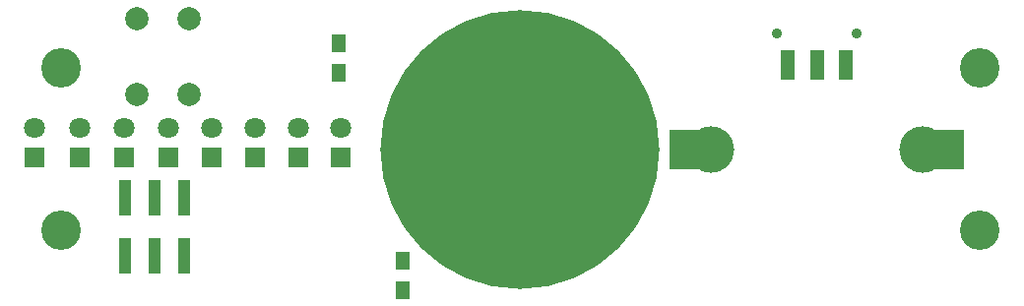
<source format=gbr>
G04 #@! TF.FileFunction,Soldermask,Bot*
%FSLAX46Y46*%
G04 Gerber Fmt 4.6, Leading zero omitted, Abs format (unit mm)*
G04 Created by KiCad (PCBNEW 4.0.7-e2-6376~58~ubuntu16.04.1) date Tue Dec 26 20:47:44 2017*
%MOMM*%
%LPD*%
G01*
G04 APERTURE LIST*
%ADD10C,0.100000*%
%ADD11R,1.000000X3.150000*%
%ADD12C,24.000000*%
%ADD13C,3.400000*%
%ADD14R,1.250000X1.500000*%
%ADD15R,1.800000X1.800000*%
%ADD16C,1.800000*%
%ADD17R,1.250000X2.500000*%
%ADD18C,0.900000*%
%ADD19C,2.000000*%
%ADD20R,2.540000X3.510000*%
%ADD21C,4.000000*%
G04 APERTURE END LIST*
D10*
D11*
X110490000Y-118140000D03*
X110490000Y-123190000D03*
X113030000Y-118140000D03*
X113030000Y-123190000D03*
X115570000Y-118140000D03*
X115570000Y-123190000D03*
D12*
X144500000Y-114000000D03*
D13*
X184000000Y-107000000D03*
X105000000Y-107000000D03*
X184000000Y-121000000D03*
D14*
X128850000Y-104900000D03*
X128850000Y-107400000D03*
D15*
X129100000Y-114700000D03*
D16*
X129100000Y-112160000D03*
D15*
X125400000Y-114700000D03*
D16*
X125400000Y-112160000D03*
D15*
X121700000Y-114700000D03*
D16*
X121700000Y-112160000D03*
D15*
X118000000Y-114700000D03*
D16*
X118000000Y-112160000D03*
D15*
X114200000Y-114700000D03*
D16*
X114200000Y-112160000D03*
D15*
X110400000Y-114700000D03*
D16*
X110400000Y-112160000D03*
D15*
X106600000Y-114700000D03*
D16*
X106600000Y-112160000D03*
D15*
X102760000Y-114700000D03*
D16*
X102760000Y-112160000D03*
D17*
X167500000Y-106750000D03*
X170000000Y-106750000D03*
X172500000Y-106750000D03*
D18*
X166600000Y-104000000D03*
X173400000Y-104000000D03*
D19*
X111500000Y-102800000D03*
X116000000Y-102800000D03*
X111500000Y-109300000D03*
X116000000Y-109300000D03*
D13*
X105000000Y-121000000D03*
D20*
X158600000Y-114000000D03*
X181400000Y-114000000D03*
D21*
X160900000Y-114000000D03*
X179100000Y-114000000D03*
D14*
X134366000Y-123611000D03*
X134366000Y-126111000D03*
M02*

</source>
